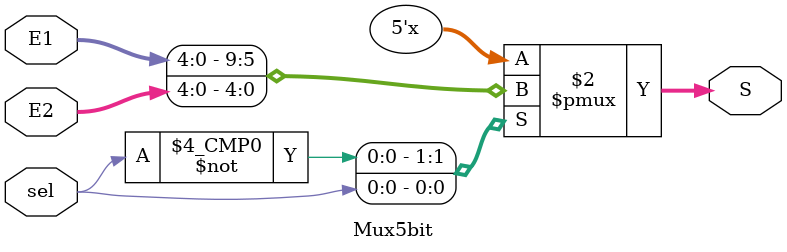
<source format=v>
`timescale 1ps/1ps
module Mux5bit(
    input [4:0]E1,
    input [4:0]E2,
    input sel,
    output reg[4:0]S
);

always @* begin
    case (sel)
        0:
        begin
            S <= E1;
        end
        1:
        begin
            S <= E2;
        end
    endcase
end

endmodule
</source>
